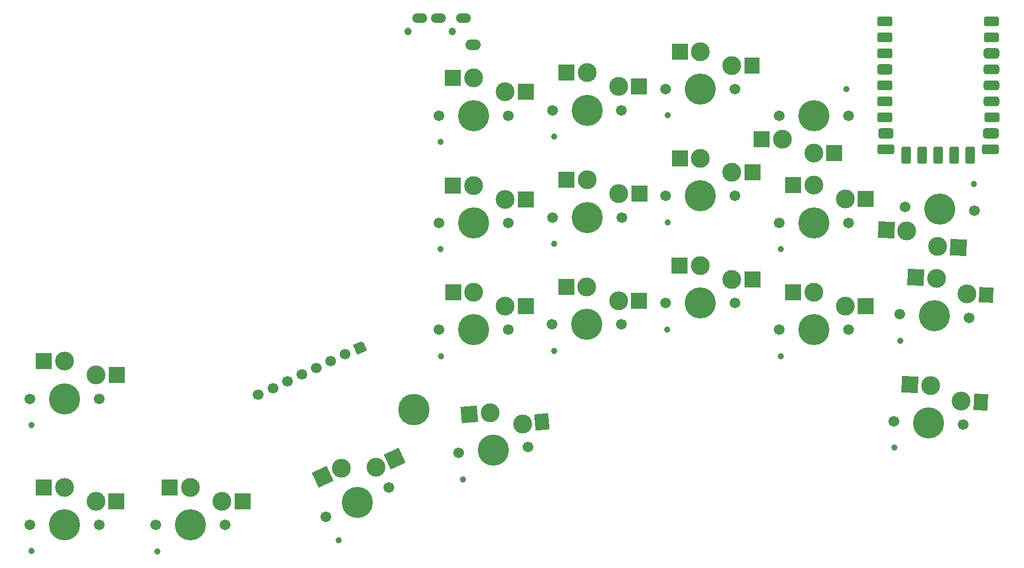
<source format=gbs>
%TF.GenerationSoftware,KiCad,Pcbnew,7.0.7*%
%TF.CreationDate,2024-08-30T08:21:24+09:00*%
%TF.ProjectId,evoroll,65766f72-6f6c-46c2-9e6b-696361645f70,rev?*%
%TF.SameCoordinates,Original*%
%TF.FileFunction,Soldermask,Bot*%
%TF.FilePolarity,Negative*%
%FSLAX46Y46*%
G04 Gerber Fmt 4.6, Leading zero omitted, Abs format (unit mm)*
G04 Created by KiCad (PCBNEW 7.0.7) date 2024-08-30 08:21:24*
%MOMM*%
%LPD*%
G01*
G04 APERTURE LIST*
G04 Aperture macros list*
%AMRoundRect*
0 Rectangle with rounded corners*
0 $1 Rounding radius*
0 $2 $3 $4 $5 $6 $7 $8 $9 X,Y pos of 4 corners*
0 Add a 4 corners polygon primitive as box body*
4,1,4,$2,$3,$4,$5,$6,$7,$8,$9,$2,$3,0*
0 Add four circle primitives for the rounded corners*
1,1,$1+$1,$2,$3*
1,1,$1+$1,$4,$5*
1,1,$1+$1,$6,$7*
1,1,$1+$1,$8,$9*
0 Add four rect primitives between the rounded corners*
20,1,$1+$1,$2,$3,$4,$5,0*
20,1,$1+$1,$4,$5,$6,$7,0*
20,1,$1+$1,$6,$7,$8,$9,0*
20,1,$1+$1,$8,$9,$2,$3,0*%
%AMHorizOval*
0 Thick line with rounded ends*
0 $1 width*
0 $2 $3 position (X,Y) of the first rounded end (center of the circle)*
0 $4 $5 position (X,Y) of the second rounded end (center of the circle)*
0 Add line between two ends*
20,1,$1,$2,$3,$4,$5,0*
0 Add two circle primitives to create the rounded ends*
1,1,$1,$2,$3*
1,1,$1,$4,$5*%
%AMRotRect*
0 Rectangle, with rotation*
0 The origin of the aperture is its center*
0 $1 length*
0 $2 width*
0 $3 Rotation angle, in degrees counterclockwise*
0 Add horizontal line*
21,1,$1,$2,0,0,$3*%
%AMOutline5P*
0 Free polygon, 5 corners , with rotation*
0 The origin of the aperture is its center*
0 number of corners: always 5*
0 $1 to $10 corner X, Y*
0 $11 Rotation angle, in degrees counterclockwise*
0 create outline with 5 corners*
4,1,5,$1,$2,$3,$4,$5,$6,$7,$8,$9,$10,$1,$2,$11*%
%AMOutline6P*
0 Free polygon, 6 corners , with rotation*
0 The origin of the aperture is its center*
0 number of corners: always 6*
0 $1 to $12 corner X, Y*
0 $13 Rotation angle, in degrees counterclockwise*
0 create outline with 6 corners*
4,1,6,$1,$2,$3,$4,$5,$6,$7,$8,$9,$10,$11,$12,$1,$2,$13*%
%AMOutline7P*
0 Free polygon, 7 corners , with rotation*
0 The origin of the aperture is its center*
0 number of corners: always 7*
0 $1 to $14 corner X, Y*
0 $15 Rotation angle, in degrees counterclockwise*
0 create outline with 7 corners*
4,1,7,$1,$2,$3,$4,$5,$6,$7,$8,$9,$10,$11,$12,$13,$14,$1,$2,$15*%
%AMOutline8P*
0 Free polygon, 8 corners , with rotation*
0 The origin of the aperture is its center*
0 number of corners: always 8*
0 $1 to $16 corner X, Y*
0 $17 Rotation angle, in degrees counterclockwise*
0 create outline with 8 corners*
4,1,8,$1,$2,$3,$4,$5,$6,$7,$8,$9,$10,$11,$12,$13,$14,$15,$16,$1,$2,$17*%
G04 Aperture macros list end*
%ADD10RoundRect,0.400000X-0.825000X-0.400000X0.825000X-0.400000X0.825000X0.400000X-0.825000X0.400000X0*%
%ADD11RoundRect,0.395000X-0.830000X-0.395000X0.830000X-0.395000X0.830000X0.395000X-0.830000X0.395000X0*%
%ADD12RoundRect,0.405000X-0.823700X-0.405000X0.823700X-0.405000X0.823700X0.405000X-0.823700X0.405000X0*%
%ADD13RoundRect,0.390000X-0.838700X-0.390000X0.838700X-0.390000X0.838700X0.390000X-0.838700X0.390000X0*%
%ADD14RoundRect,0.400000X-0.828700X-0.400000X0.828700X-0.400000X0.828700X0.400000X-0.828700X0.400000X0*%
%ADD15RoundRect,0.400050X-0.828650X-0.400050X0.828650X-0.400050X0.828650X0.400050X-0.828650X0.400050X0*%
%ADD16RoundRect,0.400050X-0.824950X-0.400050X0.824950X-0.400050X0.824950X0.400050X-0.824950X0.400050X0*%
%ADD17RoundRect,0.405025X-0.850975X-0.405025X0.850975X-0.405025X0.850975X0.405025X-0.850975X0.405025X0*%
%ADD18RoundRect,0.400050X-0.965950X-0.400050X0.965950X-0.400050X0.965950X0.400050X-0.965950X0.400050X0*%
%ADD19RoundRect,0.400000X-0.400000X-0.988000X0.400000X-0.988000X0.400000X0.988000X-0.400000X0.988000X0*%
%ADD20RoundRect,0.393700X-0.393700X-0.994300X0.393700X-0.994300X0.393700X0.994300X-0.393700X0.994300X0*%
%ADD21RoundRect,0.405025X-0.819975X-0.405025X0.819975X-0.405025X0.819975X0.405025X-0.819975X0.405025X0*%
%ADD22RoundRect,0.415025X-0.809975X-0.415025X0.809975X-0.415025X0.809975X0.415025X-0.809975X0.415025X0*%
%ADD23Outline5P,-0.850000X0.510000X-0.510000X0.850000X0.850000X0.850000X0.850000X-0.850000X-0.850000X-0.850000X295.000000*%
%ADD24HorizOval,1.700000X0.000000X0.000000X0.000000X0.000000X0*%
%ADD25C,1.701800*%
%ADD26C,3.000000*%
%ADD27C,4.950000*%
%ADD28C,0.990600*%
%ADD29R,2.600000X2.600000*%
%ADD30R,2.425000X2.500000*%
%ADD31RotRect,2.600000X2.600000X177.000000*%
%ADD32RotRect,2.250000X2.395076X177.000000*%
%ADD33RotRect,2.225000X2.600000X177.000000*%
%ADD34RotRect,2.225000X2.600000X185.000000*%
%ADD35RotRect,2.600000X2.600000X185.000000*%
%ADD36C,1.200000*%
%ADD37O,2.500000X1.700000*%
%ADD38O,2.400000X1.500000*%
%ADD39C,5.000000*%
%ADD40RotRect,2.600000X2.600000X205.000000*%
%ADD41RotRect,2.600000X2.600000X357.000000*%
G04 APERTURE END LIST*
D10*
%TO.C,RZ1*%
X174161000Y-37645000D03*
D11*
X174168300Y-40195000D03*
D12*
X174168300Y-42715000D03*
D13*
X174168300Y-45285000D03*
D14*
X174168300Y-47805000D03*
D15*
X174168300Y-50345000D03*
D16*
X174261000Y-52885000D03*
D17*
X174141000Y-55415050D03*
D18*
X174031000Y-57965000D03*
D19*
X170825000Y-58863000D03*
D20*
X168285000Y-58863000D03*
X165745000Y-58863000D03*
X163205000Y-58863000D03*
X160665000Y-58863000D03*
D18*
X157459000Y-57965000D03*
D21*
X157407000Y-55415050D03*
D16*
X157299000Y-52885000D03*
X157299000Y-50345000D03*
X157299000Y-47805000D03*
D22*
X157299000Y-45235050D03*
D16*
X157299000Y-42725000D03*
X157281700Y-40185000D03*
X157299000Y-37645000D03*
%TD*%
D23*
%TO.C,J1*%
X73925000Y-89425000D03*
D24*
X71622978Y-90498450D03*
X69320956Y-91571901D03*
X67018935Y-92645351D03*
X64716913Y-93718802D03*
X62414891Y-94792252D03*
X60112869Y-95865702D03*
X57810848Y-96939153D03*
%TD*%
D25*
%TO.C,SW3*%
X133500000Y-48375000D03*
D26*
X133000000Y-44625000D03*
D27*
X128000000Y-48375000D03*
D26*
X128000000Y-42425000D03*
D28*
X122780000Y-52575000D03*
D25*
X122500000Y-48375000D03*
D29*
X124725000Y-42425000D03*
D30*
X136187500Y-44675000D03*
%TD*%
D25*
%TO.C,SW10*%
X170626575Y-84676094D03*
D26*
X170323521Y-80905065D03*
D27*
X165134113Y-84388246D03*
D26*
X165445512Y-78446400D03*
D28*
X159701456Y-88309296D03*
D25*
X159641651Y-84100398D03*
D31*
X162175000Y-78275000D03*
D32*
X173344246Y-81065840D03*
%TD*%
D33*
%TO.C,SW15*%
X172483268Y-98061587D03*
D31*
X161251479Y-95269935D03*
D25*
X158718130Y-101095333D03*
D28*
X158777935Y-105304231D03*
D26*
X164521991Y-95441335D03*
D27*
X164210592Y-101383181D03*
D26*
X169400000Y-97900000D03*
D25*
X169703054Y-101671029D03*
%TD*%
D34*
%TO.C,SW20*%
X102836005Y-101251321D03*
D35*
X91325000Y-100050000D03*
D25*
X89627043Y-106171280D03*
D28*
X90272032Y-110330894D03*
D26*
X94587537Y-99764565D03*
D27*
X95106114Y-105691923D03*
D26*
X99760253Y-101520414D03*
D25*
X100585185Y-105212566D03*
%TD*%
D36*
%TO.C,J2*%
X81600000Y-39250000D03*
X88600000Y-39250000D03*
D37*
X91900000Y-41350000D03*
D38*
X83400000Y-37150000D03*
X86400000Y-37150000D03*
X90400000Y-37150000D03*
%TD*%
D39*
%TO.C,Ref\u002A\u002A*%
X82500000Y-99300000D03*
%TD*%
D40*
%TO.C,SW19*%
X79443158Y-107071711D03*
X68045543Y-109959074D03*
D25*
X68543587Y-116291931D03*
D28*
X70572350Y-119980091D03*
D26*
X71013701Y-108575000D03*
D27*
X73528280Y-113967531D03*
D26*
X76475000Y-108455785D03*
D25*
X78512973Y-111643131D03*
%TD*%
D29*
%TO.C,SW18*%
X55300000Y-113825000D03*
X43750000Y-111625000D03*
D25*
X41525000Y-117575000D03*
D28*
X41805000Y-121775000D03*
D26*
X47025000Y-111625000D03*
D27*
X47025000Y-117575000D03*
D26*
X52025000Y-113825000D03*
D25*
X52525000Y-117575000D03*
%TD*%
D29*
%TO.C,SW17*%
X35300000Y-113800000D03*
X23750000Y-111600000D03*
D25*
X21525000Y-117550000D03*
D28*
X21805000Y-121750000D03*
D26*
X27025000Y-111600000D03*
D27*
X27025000Y-117550000D03*
D26*
X32025000Y-113800000D03*
D25*
X32525000Y-117550000D03*
%TD*%
D29*
%TO.C,SW16*%
X35325000Y-93800000D03*
X23775000Y-91600000D03*
D25*
X21550000Y-97550000D03*
D28*
X21830000Y-101750000D03*
D26*
X27050000Y-91600000D03*
D27*
X27050000Y-97550000D03*
D26*
X32050000Y-93800000D03*
D25*
X32550000Y-97550000D03*
%TD*%
D29*
%TO.C,SW14*%
X154250000Y-82850000D03*
X142700000Y-80650000D03*
D25*
X140475000Y-86600000D03*
D28*
X140755000Y-90800000D03*
D26*
X145975000Y-80650000D03*
D27*
X145975000Y-86600000D03*
D26*
X150975000Y-82850000D03*
D25*
X151475000Y-86600000D03*
%TD*%
D29*
%TO.C,SW13*%
X136250000Y-78600000D03*
X124700000Y-76400000D03*
D25*
X122475000Y-82350000D03*
D28*
X122755000Y-86550000D03*
D26*
X127975000Y-76400000D03*
D27*
X127975000Y-82350000D03*
D26*
X132975000Y-78600000D03*
D25*
X133475000Y-82350000D03*
%TD*%
D29*
%TO.C,SW12*%
X118250000Y-82000000D03*
X106700000Y-79800000D03*
D25*
X104475000Y-85750000D03*
D28*
X104755000Y-89950000D03*
D26*
X109975000Y-79800000D03*
D27*
X109975000Y-85750000D03*
D26*
X114975000Y-82000000D03*
D25*
X115475000Y-85750000D03*
%TD*%
D29*
%TO.C,SW11*%
X100280000Y-82850000D03*
X88730000Y-80650000D03*
D25*
X86505000Y-86600000D03*
D28*
X86785000Y-90800000D03*
D26*
X92005000Y-80650000D03*
D27*
X92005000Y-86600000D03*
D26*
X97005000Y-82850000D03*
D25*
X97505000Y-86600000D03*
%TD*%
%TO.C,SW9*%
X151475000Y-69600000D03*
D26*
X150975000Y-65850000D03*
D27*
X145975000Y-69600000D03*
D26*
X145975000Y-63650000D03*
D28*
X140755000Y-73800000D03*
D25*
X140475000Y-69600000D03*
D29*
X142700000Y-63650000D03*
X154250000Y-65850000D03*
%TD*%
D25*
%TO.C,SW8*%
X133505000Y-65350000D03*
D26*
X133005000Y-61600000D03*
D27*
X128005000Y-65350000D03*
D26*
X128005000Y-59400000D03*
D28*
X122785000Y-69550000D03*
D25*
X122505000Y-65350000D03*
D29*
X124730000Y-59400000D03*
X136280000Y-61600000D03*
%TD*%
D25*
%TO.C,SW7*%
X115525000Y-68750000D03*
D26*
X115025000Y-65000000D03*
D27*
X110025000Y-68750000D03*
D26*
X110025000Y-62800000D03*
D28*
X104805000Y-72950000D03*
D25*
X104525000Y-68750000D03*
D29*
X106750000Y-62800000D03*
X118300000Y-65000000D03*
%TD*%
D25*
%TO.C,SW6*%
X97475000Y-69625000D03*
D26*
X96975000Y-65875000D03*
D27*
X91975000Y-69625000D03*
D26*
X91975000Y-63675000D03*
D28*
X86755000Y-73825000D03*
D25*
X86475000Y-69625000D03*
D29*
X88700000Y-63675000D03*
X100250000Y-65875000D03*
%TD*%
D25*
%TO.C,SW5*%
X160474881Y-67133202D03*
D26*
X160777935Y-70904231D03*
D27*
X165967343Y-67421050D03*
D26*
X165655944Y-73362896D03*
D28*
X171400000Y-63500000D03*
D25*
X171459805Y-67708898D03*
D41*
X168926456Y-73534296D03*
X157507424Y-70732831D03*
%TD*%
D25*
%TO.C,SW4*%
X140475000Y-52600000D03*
D26*
X140975000Y-56350000D03*
D27*
X145975000Y-52600000D03*
D26*
X145975000Y-58550000D03*
D28*
X151195000Y-48400000D03*
D25*
X151475000Y-52600000D03*
D29*
X149250000Y-58550000D03*
X137700000Y-56350000D03*
%TD*%
D25*
%TO.C,SW2*%
X115480000Y-51750000D03*
D26*
X114980000Y-48000000D03*
D27*
X109980000Y-51750000D03*
D26*
X109980000Y-45800000D03*
D28*
X104760000Y-55950000D03*
D25*
X104480000Y-51750000D03*
D29*
X106705000Y-45800000D03*
X118255000Y-48000000D03*
%TD*%
D25*
%TO.C,SW1*%
X97475000Y-52600000D03*
D26*
X96975000Y-48850000D03*
D27*
X91975000Y-52600000D03*
D26*
X91975000Y-46650000D03*
D28*
X86755000Y-56800000D03*
D25*
X86475000Y-52600000D03*
D29*
X88700000Y-46650000D03*
X100250000Y-48850000D03*
%TD*%
M02*

</source>
